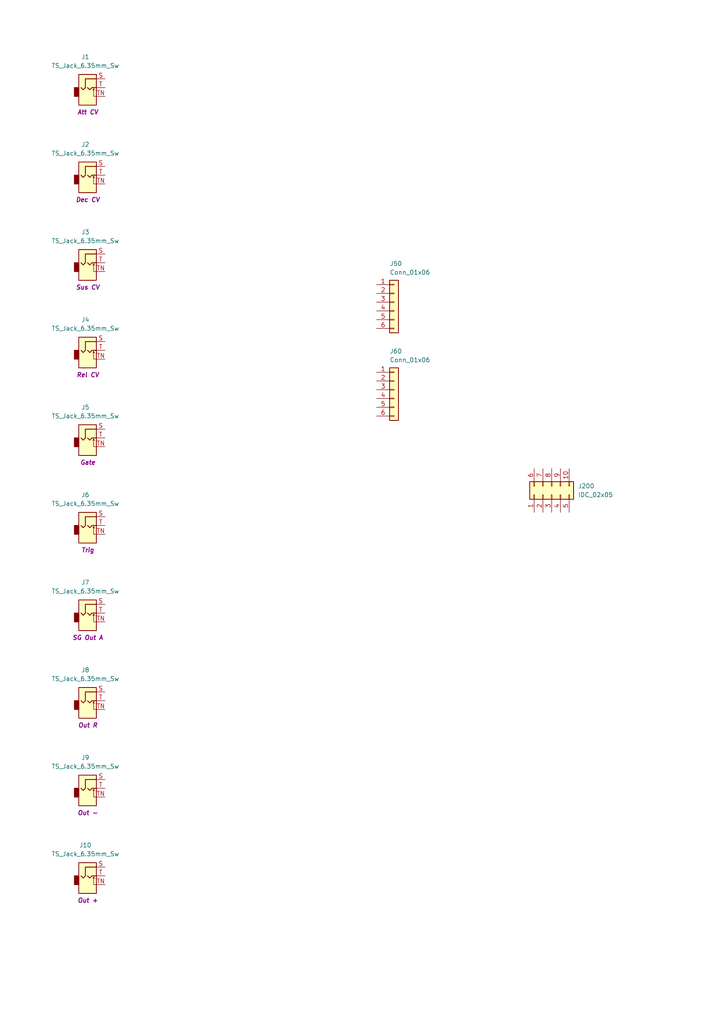
<source format=kicad_sch>
(kicad_sch (version 20250114) (generator "eeschema") (generator_version "9.0")
  (paper "A4" portrait)
  (title_block (company "DMH Instruments") (comment 1 "PCB for 10cm Kosmo format synthesizer module"))
  (lib_symbols
    (symbol "Connector_Generic:Conn_01x06" (pin_names (offset 1.016) (hide yes))
      (property "Reference" "J" (at 0 7.62 0))
      (property "Value" "Conn_01x06" (at 0 -10.16 0))
      (symbol "Conn_01x06_1_1"
        (rectangle (start -1.27 6.35) (end 1.27 -8.89) (stroke (width 0.254)) (fill (type background)))
        (rectangle (start -1.27 5.207) (end 0 4.953) (stroke (width 0.1524)))
        (rectangle (start -1.27 2.667) (end 0 2.413) (stroke (width 0.1524)))
        (rectangle (start -1.27 0.127) (end 0 -0.127) (stroke (width 0.1524)))
        (rectangle (start -1.27 -2.413) (end 0 -2.667) (stroke (width 0.1524)))
        (rectangle (start -1.27 -4.953) (end 0 -5.207) (stroke (width 0.1524)))
        (rectangle (start -1.27 -7.493) (end 0 -7.747) (stroke (width 0.1524)))
        (pin passive line (at -5.08 5.08 0) (length 3.81) (name "Pin_1") (number "1"))
        (pin passive line (at -5.08 2.54 0) (length 3.81) (name "Pin_2") (number "2"))
        (pin passive line (at -5.08 0 0) (length 3.81) (name "Pin_3") (number "3"))
        (pin passive line (at -5.08 -2.54 0) (length 3.81) (name "Pin_4") (number "4"))
        (pin passive line (at -5.08 -5.08 0) (length 3.81) (name "Pin_5") (number "5"))
        (pin passive line (at -5.08 -7.62 0) (length 3.81) (name "Pin_6") (number "6"))
      )
    )
    (symbol "SynthStuff:BackBone_Connector_10Pin" (pin_names (offset 1.016) (hide yes))
      (property "Reference" "J" (at 0 -10.922 0))
      (property "Value" "IDC_02x05" (at 0 -8.382 0))
      (symbol "BackBone_Connector_10Pin_1_1"
        (rectangle (start -2.54 6.35) (end 2.54 -6.35) (stroke (width 0.254)) (fill (type background)))
        (rectangle (start -2.54 5.207) (end -1.27 4.953) (stroke (width 0.1524)))
        (rectangle (start -2.54 2.667) (end -1.27 2.413) (stroke (width 0.1524)))
        (rectangle (start -2.54 0.127) (end -1.27 -0.127) (stroke (width 0.1524)))
        (rectangle (start -2.54 -2.413) (end -1.27 -2.667) (stroke (width 0.1524)))
        (rectangle (start -2.54 -4.953) (end -1.27 -5.207) (stroke (width 0.1524)))
        (rectangle (start 2.54 5.207) (end 1.27 4.953) (stroke (width 0.1524)))
        (rectangle (start 2.54 2.667) (end 1.27 2.413) (stroke (width 0.1524)))
        (rectangle (start 2.54 0.127) (end 1.27 -0.127) (stroke (width 0.1524)))
        (rectangle (start 2.54 -2.413) (end 1.27 -2.667) (stroke (width 0.1524)))
        (rectangle (start 2.54 -4.953) (end 1.27 -5.207) (stroke (width 0.1524)))
        (pin passive line (at -6.35 5.08 0) (length 3.81) (name "Pin_1") (number "1"))
        (pin passive line (at -6.35 2.54 0) (length 3.81) (name "Pin_2") (number "2"))
        (pin passive line (at -6.35 0 0) (length 3.81) (name "Pin_3") (number "3"))
        (pin passive line (at -6.35 -2.54 0) (length 3.81) (name "Pin_4") (number "4"))
        (pin passive line (at -6.35 -5.08 0) (length 3.81) (name "Pin_5") (number "5"))
        (pin passive line (at 6.35 5.08 180) (length 3.81) (name "Pin_6") (number "6"))
        (pin passive line (at 6.35 2.54 180) (length 3.81) (name "Pin_7") (number "7"))
        (pin passive line (at 6.35 0 180) (length 3.81) (name "Pin_8") (number "8"))
        (pin passive line (at 6.35 -2.54 180) (length 3.81) (name "Pin_9") (number "9"))
        (pin passive line (at 6.35 -5.08 180) (length 3.81) (name "Pin_10") (number "10"))
      )
    )
    (symbol "SynthStuff:TS_Jack_6.35mm_Sw"
      (property "Reference" "J" (at -0.635 8.89 0))
      (property "Value" "TS_Jack_6.35mm_Sw" (at -0.635 6.35 0))
      (symbol "TS_Jack_6.35mm_Sw_0_1"
        (rectangle (start -2.54 0) (end -3.81 -2.54) (stroke (width 0.254)) (fill (type outline)))
        (polyline (pts (xy 0 0) (xy 0.635 -0.635) (xy 1.27 0) (xy 2.54 0)) (stroke (width 0.254)))
        (polyline (pts (xy 1.778 -0.254) (xy 2.032 -0.762)))
        (rectangle (start 2.54 3.81) (end -2.54 -5.08) (stroke (width 0.254)) (fill (type background)))
        (polyline (pts (xy 2.54 2.54) (xy -0.635 2.54) (xy -0.635 0) (xy -1.27 -0.635) (xy -1.905 0)) (stroke (width 0.254)))
        (polyline (pts (xy 2.54 -2.54) (xy 1.778 -2.54) (xy 1.778 -0.254) (xy 1.524 -0.762)))
      )
      (symbol "TS_Jack_6.35mm_Sw_1_1"
        (pin passive line (at 5.08 2.54 180) (length 2.54) (name "~") (number "S"))
        (pin passive line (at 5.08 0 180) (length 2.54) (name "~") (number "T"))
        (pin passive line (at 5.08 -2.54 180) (length 2.54) (name "~") (number "TN"))
      )
    )
  )
  (symbol (lib_id "SynthStuff:TS_Jack_6.35mm_Sw") (at 25.4 101.6 0) (unit 1)
    (property "Reference" "J4" (at 24.765 92.71 0))
    (property "Value" "TS_Jack_6.35mm_Sw" (at 24.765 95.25 0))
    (property "Footprint" "SynthStuff:CUI_MJ-63052A" (effects (hide yes)))
    (property "Description" "Audio Jack, 2 Poles (Mono / TS), Switched T Pole (Normalling), 6.35mm, 1/4inch" (effects (hide yes)))
    (property "Function" "Rel CV" (at 25.4 108.712 0) (effects (font (thickness 0.254) (bold yes) (italic yes))))
  )
  (symbol (lib_id "SynthStuff:TS_Jack_6.35mm_Sw") (at 25.4 203.2 0) (unit 1)
    (property "Reference" "J8" (at 24.765 194.31 0))
    (property "Value" "TS_Jack_6.35mm_Sw" (at 24.765 196.85 0))
    (property "Footprint" "SynthStuff:CUI_MJ-63052A" (effects (hide yes)))
    (property "Description" "Audio Jack, 2 Poles (Mono / TS), Switched T Pole (Normalling), 6.35mm, 1/4inch" (effects (hide yes)))
    (property "Function" "Out R" (at 25.4 210.312 0) (effects (font (thickness 0.254) (bold yes) (italic yes))))
  )
  (symbol (lib_id "SynthStuff:TS_Jack_6.35mm_Sw") (at 25.4 127 0) (unit 1)
    (property "Reference" "J5" (at 24.765 118.11 0))
    (property "Value" "TS_Jack_6.35mm_Sw" (at 24.765 120.65 0))
    (property "Footprint" "SynthStuff:CUI_MJ-63052A" (effects (hide yes)))
    (property "Description" "Audio Jack, 2 Poles (Mono / TS), Switched T Pole (Normalling), 6.35mm, 1/4inch" (effects (hide yes)))
    (property "Function" "Gate" (at 25.4 134.112 0) (effects (font (thickness 0.254) (bold yes) (italic yes))))
  )
  (symbol (lib_id "SynthStuff:BackBone_Connector_10Pin") (at 160.02 142.24 90) (unit 1)
    (property "Reference" "J200" (at 167.64 140.9699 90) (effects (justify right)))
    (property "Value" "IDC_02x05" (at 167.64 143.5099 90) (effects (justify right)))
    (property "Footprint" "SynthStuff:IDC-Header_2x05_P2.54mm_Vertical_BackBone" (effects (hide yes)))
    (property "Description" "IDC jack, 2x5 pins, row a carries same signals as row b." (effects (hide yes)))
  )
  (symbol (lib_id "SynthStuff:TS_Jack_6.35mm_Sw") (at 25.4 50.8 0) (unit 1)
    (property "Reference" "J2" (at 24.765 41.91 0))
    (property "Value" "TS_Jack_6.35mm_Sw" (at 24.765 44.45 0))
    (property "Footprint" "SynthStuff:CUI_MJ-63052A" (effects (hide yes)))
    (property "Description" "Audio Jack, 2 Poles (Mono / TS), Switched T Pole (Normalling), 6.35mm, 1/4inch" (effects (hide yes)))
    (property "Function" "Dec CV" (at 25.4 57.912 0) (effects (font (thickness 0.254) (bold yes) (italic yes))))
  )
  (symbol (lib_id "SynthStuff:TS_Jack_6.35mm_Sw") (at 25.4 228.6 0) (unit 1)
    (property "Reference" "J9" (at 24.765 219.71 0))
    (property "Value" "TS_Jack_6.35mm_Sw" (at 24.765 222.25 0))
    (property "Footprint" "SynthStuff:CUI_MJ-63052A" (effects (hide yes)))
    (property "Description" "Audio Jack, 2 Poles (Mono / TS), Switched T Pole (Normalling), 6.35mm, 1/4inch" (effects (hide yes)))
    (property "Function" "Out -" (at 25.4 235.712 0) (effects (font (thickness 0.254) (bold yes) (italic yes))))
  )
  (symbol (lib_id "Connector_Generic:Conn_01x06") (at 114.3 113.03 0) (unit 1)
    (property "Reference" "J60" (at 113.03 101.854 0) (effects (justify left)))
    (property "Value" "Conn_01x06" (at 113.03 104.394 0) (effects (justify left)))
    (property "Footprint" "Connector_PinSocket_2.54mm:PinSocket_1x06_P2.54mm_Vertical" (effects (hide yes)))
    (property "Description" "Generic connector, single row, 01x06, script generated (kicad-library-utils/schlib/autogen/connector/)" (effects (hide yes)))
  )
  (symbol (lib_id "SynthStuff:TS_Jack_6.35mm_Sw") (at 25.4 25.4 0) (unit 1)
    (property "Reference" "J1" (at 24.765 16.51 0))
    (property "Value" "TS_Jack_6.35mm_Sw" (at 24.765 19.05 0))
    (property "Footprint" "SynthStuff:CUI_MJ-63052A" (effects (hide yes)))
    (property "Description" "Audio Jack, 2 Poles (Mono / TS), Switched T Pole (Normalling), 6.35mm, 1/4inch" (effects (hide yes)))
    (property "Function" "Att CV" (at 25.4 32.512 0) (effects (font (thickness 0.254) (bold yes) (italic yes))))
  )
  (symbol (lib_id "Connector_Generic:Conn_01x06") (at 114.3 87.63 0) (unit 1)
    (property "Reference" "J50" (at 113.03 76.454 0) (effects (justify left)))
    (property "Value" "Conn_01x06" (at 113.03 78.994 0) (effects (justify left)))
    (property "Footprint" "Connector_PinSocket_2.54mm:PinSocket_1x06_P2.54mm_Vertical" (effects (hide yes)))
    (property "Description" "Generic connector, single row, 01x06, script generated (kicad-library-utils/schlib/autogen/connector/)" (effects (hide yes)))
  )
  (symbol (lib_id "SynthStuff:TS_Jack_6.35mm_Sw") (at 25.4 152.4 0) (unit 1)
    (property "Reference" "J6" (at 24.765 143.51 0))
    (property "Value" "TS_Jack_6.35mm_Sw" (at 24.765 146.05 0))
    (property "Footprint" "SynthStuff:CUI_MJ-63052A" (effects (hide yes)))
    (property "Description" "Audio Jack, 2 Poles (Mono / TS), Switched T Pole (Normalling), 6.35mm, 1/4inch" (effects (hide yes)))
    (property "Function" "Trig" (at 25.4 159.512 0) (effects (font (thickness 0.254) (bold yes) (italic yes))))
  )
  (symbol (lib_id "SynthStuff:TS_Jack_6.35mm_Sw") (at 25.4 76.2 0) (unit 1)
    (property "Reference" "J3" (at 24.765 67.31 0))
    (property "Value" "TS_Jack_6.35mm_Sw" (at 24.765 69.85 0))
    (property "Footprint" "SynthStuff:CUI_MJ-63052A" (effects (hide yes)))
    (property "Description" "Audio Jack, 2 Poles (Mono / TS), Switched T Pole (Normalling), 6.35mm, 1/4inch" (effects (hide yes)))
    (property "Function" "Sus CV" (at 25.4 83.312 0) (effects (font (thickness 0.254) (bold yes) (italic yes))))
  )
  (symbol (lib_id "SynthStuff:TS_Jack_6.35mm_Sw") (at 25.4 254 0) (unit 1)
    (property "Reference" "J10" (at 24.765 245.11 0))
    (property "Value" "TS_Jack_6.35mm_Sw" (at 24.765 247.65 0))
    (property "Footprint" "SynthStuff:CUI_MJ-63052A" (effects (hide yes)))
    (property "Description" "Audio Jack, 2 Poles (Mono / TS), Switched T Pole (Normalling), 6.35mm, 1/4inch" (effects (hide yes)))
    (property "Function" "Out +" (at 25.4 261.112 0) (effects (font (thickness 0.254) (bold yes) (italic yes))))
  )
  (symbol (lib_id "SynthStuff:TS_Jack_6.35mm_Sw") (at 25.4 177.8 0) (unit 1)
    (property "Reference" "J7" (at 24.765 168.91 0))
    (property "Value" "TS_Jack_6.35mm_Sw" (at 24.765 171.45 0))
    (property "Footprint" "SynthStuff:CUI_MJ-63052A" (effects (hide yes)))
    (property "Description" "Audio Jack, 2 Poles (Mono / TS), Switched T Pole (Normalling), 6.35mm, 1/4inch" (effects (hide yes)))
    (property "Function" "SG Out A" (at 25.4 184.912 0) (effects (font (thickness 0.254) (bold yes) (italic yes))))
  )
)
</source>
